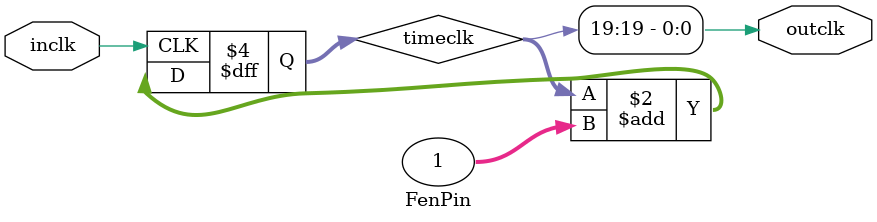
<source format=v>
`timescale 1ns / 1ps


module FenPin(
    input inclk,
    output outclk
    );
    
    reg [31:0]timeclk;
    
    assign outclk = timeclk[19];
    
    initial begin
    timeclk = 0;
    end
    
    always@(posedge inclk)begin
    timeclk = timeclk +1;
    end

    
endmodule

</source>
